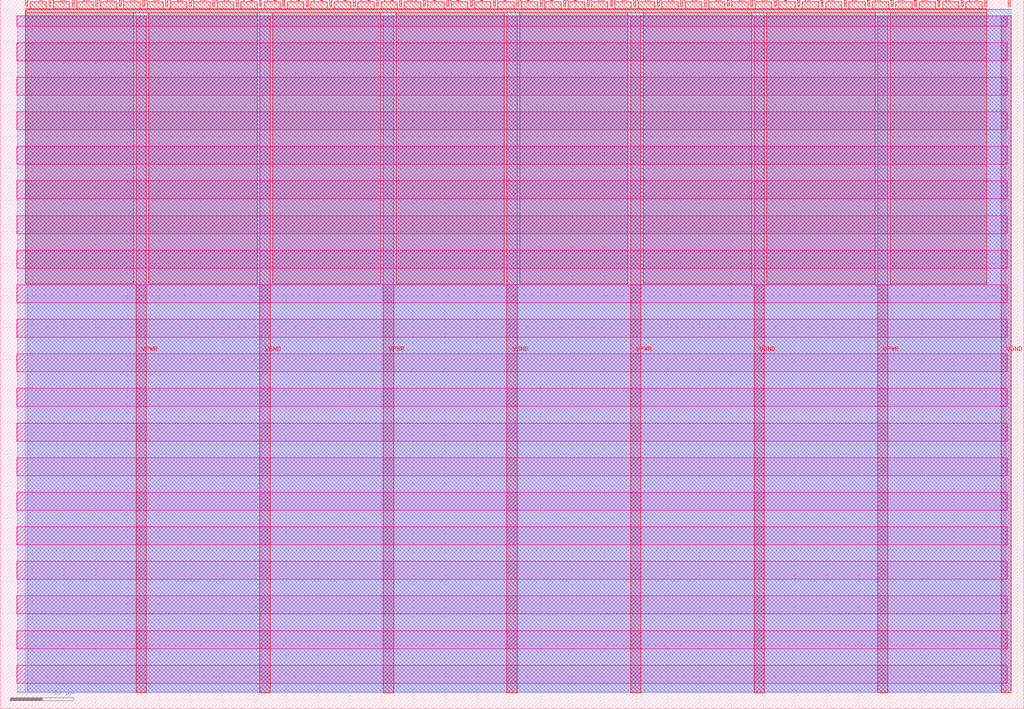
<source format=lef>
VERSION 5.7 ;
  NOWIREEXTENSIONATPIN ON ;
  DIVIDERCHAR "/" ;
  BUSBITCHARS "[]" ;
MACRO tt_um_dlmiles_muldiv8_sky130faha
  CLASS BLOCK ;
  FOREIGN tt_um_dlmiles_muldiv8_sky130faha ;
  ORIGIN 0.000 0.000 ;
  SIZE 161.000 BY 111.520 ;
  PIN VGND
    DIRECTION INOUT ;
    USE GROUND ;
    PORT
      LAYER met4 ;
        RECT 40.830 2.480 42.430 109.040 ;
    END
    PORT
      LAYER met4 ;
        RECT 79.700 2.480 81.300 109.040 ;
    END
    PORT
      LAYER met4 ;
        RECT 118.570 2.480 120.170 109.040 ;
    END
    PORT
      LAYER met4 ;
        RECT 157.440 2.480 159.040 109.040 ;
    END
  END VGND
  PIN VPWR
    DIRECTION INOUT ;
    USE POWER ;
    PORT
      LAYER met4 ;
        RECT 21.395 2.480 22.995 109.040 ;
    END
    PORT
      LAYER met4 ;
        RECT 60.265 2.480 61.865 109.040 ;
    END
    PORT
      LAYER met4 ;
        RECT 99.135 2.480 100.735 109.040 ;
    END
    PORT
      LAYER met4 ;
        RECT 138.005 2.480 139.605 109.040 ;
    END
  END VPWR
  PIN clk
    DIRECTION INPUT ;
    USE SIGNAL ;
    ANTENNAGATEAREA 0.852000 ;
    PORT
      LAYER met4 ;
        RECT 154.870 110.520 155.170 111.520 ;
    END
  END clk
  PIN ena
    DIRECTION INPUT ;
    USE SIGNAL ;
    PORT
      LAYER met4 ;
        RECT 158.550 110.520 158.850 111.520 ;
    END
  END ena
  PIN rst_n
    DIRECTION INPUT ;
    USE SIGNAL ;
    ANTENNAGATEAREA 0.196500 ;
    PORT
      LAYER met4 ;
        RECT 151.190 110.520 151.490 111.520 ;
    END
  END rst_n
  PIN ui_in[0]
    DIRECTION INPUT ;
    USE SIGNAL ;
    ANTENNAGATEAREA 0.196500 ;
    PORT
      LAYER met4 ;
        RECT 147.510 110.520 147.810 111.520 ;
    END
  END ui_in[0]
  PIN ui_in[1]
    DIRECTION INPUT ;
    USE SIGNAL ;
    ANTENNAGATEAREA 0.196500 ;
    PORT
      LAYER met4 ;
        RECT 143.830 110.520 144.130 111.520 ;
    END
  END ui_in[1]
  PIN ui_in[2]
    DIRECTION INPUT ;
    USE SIGNAL ;
    ANTENNAGATEAREA 0.196500 ;
    PORT
      LAYER met4 ;
        RECT 140.150 110.520 140.450 111.520 ;
    END
  END ui_in[2]
  PIN ui_in[3]
    DIRECTION INPUT ;
    USE SIGNAL ;
    ANTENNAGATEAREA 0.196500 ;
    PORT
      LAYER met4 ;
        RECT 136.470 110.520 136.770 111.520 ;
    END
  END ui_in[3]
  PIN ui_in[4]
    DIRECTION INPUT ;
    USE SIGNAL ;
    ANTENNAGATEAREA 0.196500 ;
    PORT
      LAYER met4 ;
        RECT 132.790 110.520 133.090 111.520 ;
    END
  END ui_in[4]
  PIN ui_in[5]
    DIRECTION INPUT ;
    USE SIGNAL ;
    ANTENNAGATEAREA 0.196500 ;
    PORT
      LAYER met4 ;
        RECT 129.110 110.520 129.410 111.520 ;
    END
  END ui_in[5]
  PIN ui_in[6]
    DIRECTION INPUT ;
    USE SIGNAL ;
    ANTENNAGATEAREA 0.196500 ;
    PORT
      LAYER met4 ;
        RECT 125.430 110.520 125.730 111.520 ;
    END
  END ui_in[6]
  PIN ui_in[7]
    DIRECTION INPUT ;
    USE SIGNAL ;
    ANTENNAGATEAREA 0.196500 ;
    PORT
      LAYER met4 ;
        RECT 121.750 110.520 122.050 111.520 ;
    END
  END ui_in[7]
  PIN uio_in[0]
    DIRECTION INPUT ;
    USE SIGNAL ;
    ANTENNAGATEAREA 0.196500 ;
    PORT
      LAYER met4 ;
        RECT 118.070 110.520 118.370 111.520 ;
    END
  END uio_in[0]
  PIN uio_in[1]
    DIRECTION INPUT ;
    USE SIGNAL ;
    PORT
      LAYER met4 ;
        RECT 114.390 110.520 114.690 111.520 ;
    END
  END uio_in[1]
  PIN uio_in[2]
    DIRECTION INPUT ;
    USE SIGNAL ;
    PORT
      LAYER met4 ;
        RECT 110.710 110.520 111.010 111.520 ;
    END
  END uio_in[2]
  PIN uio_in[3]
    DIRECTION INPUT ;
    USE SIGNAL ;
    ANTENNAGATEAREA 0.159000 ;
    PORT
      LAYER met4 ;
        RECT 107.030 110.520 107.330 111.520 ;
    END
  END uio_in[3]
  PIN uio_in[4]
    DIRECTION INPUT ;
    USE SIGNAL ;
    PORT
      LAYER met4 ;
        RECT 103.350 110.520 103.650 111.520 ;
    END
  END uio_in[4]
  PIN uio_in[5]
    DIRECTION INPUT ;
    USE SIGNAL ;
    PORT
      LAYER met4 ;
        RECT 99.670 110.520 99.970 111.520 ;
    END
  END uio_in[5]
  PIN uio_in[6]
    DIRECTION INPUT ;
    USE SIGNAL ;
    ANTENNAGATEAREA 0.742500 ;
    PORT
      LAYER met4 ;
        RECT 95.990 110.520 96.290 111.520 ;
    END
  END uio_in[6]
  PIN uio_in[7]
    DIRECTION INPUT ;
    USE SIGNAL ;
    ANTENNAGATEAREA 0.159000 ;
    PORT
      LAYER met4 ;
        RECT 92.310 110.520 92.610 111.520 ;
    END
  END uio_in[7]
  PIN uio_oe[0]
    DIRECTION OUTPUT TRISTATE ;
    USE SIGNAL ;
    PORT
      LAYER met4 ;
        RECT 29.750 110.520 30.050 111.520 ;
    END
  END uio_oe[0]
  PIN uio_oe[1]
    DIRECTION OUTPUT TRISTATE ;
    USE SIGNAL ;
    PORT
      LAYER met4 ;
        RECT 26.070 110.520 26.370 111.520 ;
    END
  END uio_oe[1]
  PIN uio_oe[2]
    DIRECTION OUTPUT TRISTATE ;
    USE SIGNAL ;
    PORT
      LAYER met4 ;
        RECT 22.390 110.520 22.690 111.520 ;
    END
  END uio_oe[2]
  PIN uio_oe[3]
    DIRECTION OUTPUT TRISTATE ;
    USE SIGNAL ;
    PORT
      LAYER met4 ;
        RECT 18.710 110.520 19.010 111.520 ;
    END
  END uio_oe[3]
  PIN uio_oe[4]
    DIRECTION OUTPUT TRISTATE ;
    USE SIGNAL ;
    PORT
      LAYER met4 ;
        RECT 15.030 110.520 15.330 111.520 ;
    END
  END uio_oe[4]
  PIN uio_oe[5]
    DIRECTION OUTPUT TRISTATE ;
    USE SIGNAL ;
    PORT
      LAYER met4 ;
        RECT 11.350 110.520 11.650 111.520 ;
    END
  END uio_oe[5]
  PIN uio_oe[6]
    DIRECTION OUTPUT TRISTATE ;
    USE SIGNAL ;
    PORT
      LAYER met4 ;
        RECT 7.670 110.520 7.970 111.520 ;
    END
  END uio_oe[6]
  PIN uio_oe[7]
    DIRECTION OUTPUT TRISTATE ;
    USE SIGNAL ;
    PORT
      LAYER met4 ;
        RECT 3.990 110.520 4.290 111.520 ;
    END
  END uio_oe[7]
  PIN uio_out[0]
    DIRECTION OUTPUT TRISTATE ;
    USE SIGNAL ;
    PORT
      LAYER met4 ;
        RECT 59.190 110.520 59.490 111.520 ;
    END
  END uio_out[0]
  PIN uio_out[1]
    DIRECTION OUTPUT TRISTATE ;
    USE SIGNAL ;
    PORT
      LAYER met4 ;
        RECT 55.510 110.520 55.810 111.520 ;
    END
  END uio_out[1]
  PIN uio_out[2]
    DIRECTION OUTPUT TRISTATE ;
    USE SIGNAL ;
    PORT
      LAYER met4 ;
        RECT 51.830 110.520 52.130 111.520 ;
    END
  END uio_out[2]
  PIN uio_out[3]
    DIRECTION OUTPUT TRISTATE ;
    USE SIGNAL ;
    PORT
      LAYER met4 ;
        RECT 48.150 110.520 48.450 111.520 ;
    END
  END uio_out[3]
  PIN uio_out[4]
    DIRECTION OUTPUT TRISTATE ;
    USE SIGNAL ;
    ANTENNADIFFAREA 0.445500 ;
    PORT
      LAYER met4 ;
        RECT 44.470 110.520 44.770 111.520 ;
    END
  END uio_out[4]
  PIN uio_out[5]
    DIRECTION OUTPUT TRISTATE ;
    USE SIGNAL ;
    ANTENNADIFFAREA 0.795200 ;
    PORT
      LAYER met4 ;
        RECT 40.790 110.520 41.090 111.520 ;
    END
  END uio_out[5]
  PIN uio_out[6]
    DIRECTION OUTPUT TRISTATE ;
    USE SIGNAL ;
    PORT
      LAYER met4 ;
        RECT 37.110 110.520 37.410 111.520 ;
    END
  END uio_out[6]
  PIN uio_out[7]
    DIRECTION OUTPUT TRISTATE ;
    USE SIGNAL ;
    PORT
      LAYER met4 ;
        RECT 33.430 110.520 33.730 111.520 ;
    END
  END uio_out[7]
  PIN uo_out[0]
    DIRECTION OUTPUT TRISTATE ;
    USE SIGNAL ;
    ANTENNADIFFAREA 0.891000 ;
    PORT
      LAYER met4 ;
        RECT 88.630 110.520 88.930 111.520 ;
    END
  END uo_out[0]
  PIN uo_out[1]
    DIRECTION OUTPUT TRISTATE ;
    USE SIGNAL ;
    ANTENNADIFFAREA 0.795200 ;
    PORT
      LAYER met4 ;
        RECT 84.950 110.520 85.250 111.520 ;
    END
  END uo_out[1]
  PIN uo_out[2]
    DIRECTION OUTPUT TRISTATE ;
    USE SIGNAL ;
    ANTENNADIFFAREA 0.924000 ;
    PORT
      LAYER met4 ;
        RECT 81.270 110.520 81.570 111.520 ;
    END
  END uo_out[2]
  PIN uo_out[3]
    DIRECTION OUTPUT TRISTATE ;
    USE SIGNAL ;
    ANTENNADIFFAREA 0.924000 ;
    PORT
      LAYER met4 ;
        RECT 77.590 110.520 77.890 111.520 ;
    END
  END uo_out[3]
  PIN uo_out[4]
    DIRECTION OUTPUT TRISTATE ;
    USE SIGNAL ;
    ANTENNADIFFAREA 0.924000 ;
    PORT
      LAYER met4 ;
        RECT 73.910 110.520 74.210 111.520 ;
    END
  END uo_out[4]
  PIN uo_out[5]
    DIRECTION OUTPUT TRISTATE ;
    USE SIGNAL ;
    ANTENNADIFFAREA 0.453750 ;
    PORT
      LAYER met4 ;
        RECT 70.230 110.520 70.530 111.520 ;
    END
  END uo_out[5]
  PIN uo_out[6]
    DIRECTION OUTPUT TRISTATE ;
    USE SIGNAL ;
    ANTENNADIFFAREA 0.453750 ;
    PORT
      LAYER met4 ;
        RECT 66.550 110.520 66.850 111.520 ;
    END
  END uo_out[6]
  PIN uo_out[7]
    DIRECTION OUTPUT TRISTATE ;
    USE SIGNAL ;
    ANTENNADIFFAREA 0.924000 ;
    PORT
      LAYER met4 ;
        RECT 62.870 110.520 63.170 111.520 ;
    END
  END uo_out[7]
  OBS
      LAYER nwell ;
        RECT 2.570 107.385 158.430 108.990 ;
        RECT 2.570 101.945 158.430 104.775 ;
        RECT 2.570 96.505 158.430 99.335 ;
        RECT 2.570 91.065 158.430 93.895 ;
        RECT 2.570 85.625 158.430 88.455 ;
        RECT 2.570 80.185 158.430 83.015 ;
        RECT 2.570 74.745 158.430 77.575 ;
        RECT 2.570 69.305 158.430 72.135 ;
        RECT 2.570 63.865 158.430 66.695 ;
        RECT 2.570 58.425 158.430 61.255 ;
        RECT 2.570 52.985 158.430 55.815 ;
        RECT 2.570 47.545 158.430 50.375 ;
        RECT 2.570 42.105 158.430 44.935 ;
        RECT 2.570 36.665 158.430 39.495 ;
        RECT 2.570 31.225 158.430 34.055 ;
        RECT 2.570 25.785 158.430 28.615 ;
        RECT 2.570 20.345 158.430 23.175 ;
        RECT 2.570 14.905 158.430 17.735 ;
        RECT 2.570 9.465 158.430 12.295 ;
        RECT 2.570 4.025 158.430 6.855 ;
      LAYER li1 ;
        RECT 2.760 2.635 158.240 108.885 ;
      LAYER met1 ;
        RECT 2.760 2.480 159.040 109.040 ;
      LAYER met2 ;
        RECT 4.230 2.535 159.010 110.005 ;
      LAYER met3 ;
        RECT 3.950 2.555 159.030 109.985 ;
      LAYER met4 ;
        RECT 4.690 110.120 7.270 111.170 ;
        RECT 8.370 110.120 10.950 111.170 ;
        RECT 12.050 110.120 14.630 111.170 ;
        RECT 15.730 110.120 18.310 111.170 ;
        RECT 19.410 110.120 21.990 111.170 ;
        RECT 23.090 110.120 25.670 111.170 ;
        RECT 26.770 110.120 29.350 111.170 ;
        RECT 30.450 110.120 33.030 111.170 ;
        RECT 34.130 110.120 36.710 111.170 ;
        RECT 37.810 110.120 40.390 111.170 ;
        RECT 41.490 110.120 44.070 111.170 ;
        RECT 45.170 110.120 47.750 111.170 ;
        RECT 48.850 110.120 51.430 111.170 ;
        RECT 52.530 110.120 55.110 111.170 ;
        RECT 56.210 110.120 58.790 111.170 ;
        RECT 59.890 110.120 62.470 111.170 ;
        RECT 63.570 110.120 66.150 111.170 ;
        RECT 67.250 110.120 69.830 111.170 ;
        RECT 70.930 110.120 73.510 111.170 ;
        RECT 74.610 110.120 77.190 111.170 ;
        RECT 78.290 110.120 80.870 111.170 ;
        RECT 81.970 110.120 84.550 111.170 ;
        RECT 85.650 110.120 88.230 111.170 ;
        RECT 89.330 110.120 91.910 111.170 ;
        RECT 93.010 110.120 95.590 111.170 ;
        RECT 96.690 110.120 99.270 111.170 ;
        RECT 100.370 110.120 102.950 111.170 ;
        RECT 104.050 110.120 106.630 111.170 ;
        RECT 107.730 110.120 110.310 111.170 ;
        RECT 111.410 110.120 113.990 111.170 ;
        RECT 115.090 110.120 117.670 111.170 ;
        RECT 118.770 110.120 121.350 111.170 ;
        RECT 122.450 110.120 125.030 111.170 ;
        RECT 126.130 110.120 128.710 111.170 ;
        RECT 129.810 110.120 132.390 111.170 ;
        RECT 133.490 110.120 136.070 111.170 ;
        RECT 137.170 110.120 139.750 111.170 ;
        RECT 140.850 110.120 143.430 111.170 ;
        RECT 144.530 110.120 147.110 111.170 ;
        RECT 148.210 110.120 150.790 111.170 ;
        RECT 151.890 110.120 154.470 111.170 ;
        RECT 3.975 109.440 155.185 110.120 ;
        RECT 3.975 66.815 20.995 109.440 ;
        RECT 23.395 66.815 40.430 109.440 ;
        RECT 42.830 66.815 59.865 109.440 ;
        RECT 62.265 66.815 79.300 109.440 ;
        RECT 81.700 66.815 98.735 109.440 ;
        RECT 101.135 66.815 118.170 109.440 ;
        RECT 120.570 66.815 137.605 109.440 ;
        RECT 140.005 66.815 155.185 109.440 ;
  END
END tt_um_dlmiles_muldiv8_sky130faha
END LIBRARY


</source>
